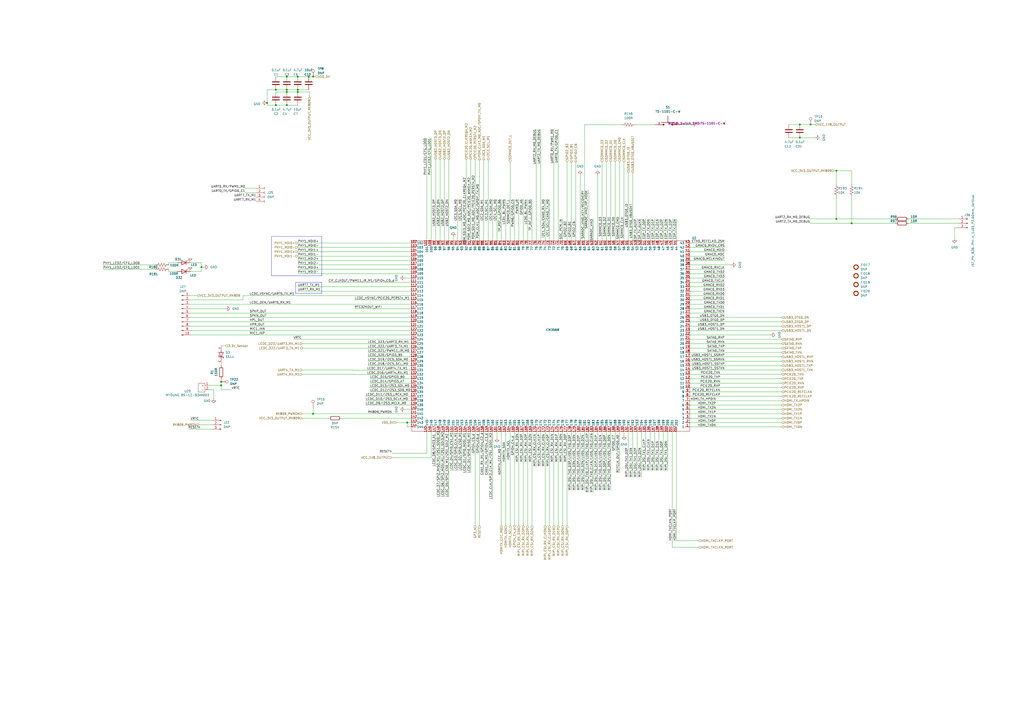
<source format=kicad_sch>
(kicad_sch (version 20250114) (generator "eeschema") (generator_version "9.0")
  (paper "A2")
  (rectangle (start 171.45 163.83) (end 186.69 170.18))
  (rectangle (start 157.48 137.16) (end 186.69 160.02))
  (junction (at 128.27 223.52))
  (junction (at 172.72 52.07))
  (junction (at 166.37 53.34))
  (junction (at 181.6803 44.45))
  (junction (at 236.22 245.11))
  (junction (at 166.37 52.07))
  (junction (at 179.07 44.45))
  (junction (at 470.2454 72.2187))
  (junction (at 160.02 60.96))
  (junction (at 463.9378 79.8387))
  (junction (at 154.94 59.69))
  (junction (at 128.27 221.4273))
  (junction (at 172.72 53.34))
  (junction (at 116.84 154.94))
  (junction (at 172.72 44.45))
  (junction (at 160.02 52.07))
  (junction (at 166.37 60.96))
  (junction (at 494.03 129.54))
  (junction (at 485.14 99.06))
  (junction (at 485.14 127))
  (junction (at 181.61 240.03))
  (junction (at 463.9378 72.2187))
  (junction (at 166.37 44.45))
  (wire (pts (xy 336.55 101.6) (xy 336.55 139.7)))
  (wire (pts (xy 213.36 209.55) (xy 238.76 209.55)))
  (wire (pts (xy 278.13 139.7) (xy 278.13 92.71)))
  (wire (pts (xy 349.25 250.19) (xy 349.25 284.48)))
  (wire (pts (xy 121.4405 223.52) (xy 128.27 223.52)))
  (wire (pts (xy 262.89 137.16) (xy 262.89 139.7)))
  (wire (pts (xy 331.47 250.19) (xy 331.47 284.48)))
  (wire (pts (xy 204.47 214.63) (xy 204.47 214.7035)))
  (wire (pts (xy 140.97 171.45) (xy 238.76 171.45)))
  (wire (pts (xy 234.95 161.29) (xy 238.76 161.29)))
  (wire (pts (xy 361.95 252.73) (xy 361.95 250.19)))
  (wire (pts (xy 110.49 179.07) (xy 130.81 179.07)))
  (wire (pts (xy 400.05 234.95) (xy 453.39 234.95)))
  (wire (pts (xy 349.25 93.98) (xy 349.25 139.7)))
  (wire (pts (xy 463.9378 72.2187) (xy 470.2454 72.2187)))
  (wire (pts (xy 323.85 74.93) (xy 323.85 139.7)))
  (wire (pts (xy 205.74 173.99) (xy 238.76 173.99)))
  (wire (pts (xy 323.85 250.19) (xy 323.85 304.8)))
  (wire (pts (xy 175.26 242.57) (xy 190.5 242.57)))
  (wire (pts (xy 172.72 158.75) (xy 238.76 158.75)))
  (wire (pts (xy 110.49 189.23) (xy 238.76 189.23)))
  (wire (pts (xy 227.33 262.89) (xy 247.65 262.89)))
  (wire (pts (xy 318.77 115.57) (xy 318.77 139.7)))
  (wire (pts (xy 116.84 154.94) (xy 116.84 157.48)))
  (wire (pts (xy 369.57 127) (xy 369.57 139.7)))
  (wire (pts (xy 483.87 99.06) (xy 485.14 99.06)))
  (wire (pts (xy 469.9 127) (xy 485.14 127)))
  (wire (pts (xy 288.29 139.7) (xy 288.29 115.57)))
  (wire (pts (xy 400.05 242.57) (xy 453.39 242.57)))
  (wire (pts (xy 336.55 250.19) (xy 336.55 284.48)))
  (wire (pts (xy 369.57 250.19) (xy 369.57 276.86)))
  (wire (pts (xy 400.05 156.21) (xy 420.37 156.21)))
  (wire (pts (xy 214.63 224.79) (xy 238.76 224.79)))
  (wire (pts (xy 205.74 217.2435) (xy 216.6905 217.2435)))
  (wire (pts (xy 556.26 127) (xy 527.05 127)))
  (wire (pts (xy 172.72 148.59) (xy 238.76 148.59)))
  (wire (pts (xy 278.13 250.19) (xy 278.13 304.8)))
  (wire (pts (xy 400.05 214.63) (xy 453.39 214.63)))
  (wire (pts (xy 339.09 250.19) (xy 339.09 284.48)))
  (wire (pts (xy 213.36 207.01) (xy 238.76 207.01)))
  (wire (pts (xy 384.81 250.19) (xy 384.81 273.05)))
  (wire (pts (xy 400.05 161.29) (xy 420.37 161.29)))
  (wire (pts (xy 142.24 109.22) (xy 148.59 109.22)))
  (wire (pts (xy 494.03 106.68) (xy 494.03 99.06)))
  (wire (pts (xy 295.9367 266.7) (xy 295.9367 304.7421)))
  (wire (pts (xy 400.05 204.47) (xy 453.39 204.47)))
  (wire (pts (xy 494.03 129.54) (xy 519.43 129.54)))
  (wire (pts (xy 485.14 99.06) (xy 485.14 106.68)))
  (wire (pts (xy 387.35 127) (xy 387.35 139.7)))
  (wire (pts (xy 110.49 186.69) (xy 238.76 186.69)))
  (wire (pts (xy 389.89 250.19) (xy 389.89 317.5)))
  (wire (pts (xy 154.94 52.07) (xy 154.94 59.69)))
  (wire (pts (xy 326.39 250.19) (xy 326.39 304.8)))
  (wire (pts (xy 238.76 234.95) (xy 212.09 234.95)))
  (wire (pts (xy 110.49 194.31) (xy 238.76 194.31)))
  (wire (pts (xy 400.05 191.77) (xy 453.39 191.77)))
  (wire (pts (xy 400.05 199.39) (xy 453.39 199.39)))
  (wire (pts (xy 351.79 250.19) (xy 351.79 284.48)))
  (wire (pts (xy 334.01 250.19) (xy 334.01 284.48)))
  (wire (pts (xy 553.72 132.08) (xy 553.72 138.43)))
  (wire (pts (xy 351.79 93.98) (xy 351.79 139.7)))
  (wire (pts (xy 400.05 209.55) (xy 453.39 209.55)))
  (wire (pts (xy 236.22 245.11) (xy 238.76 245.11)))
  (wire (pts (xy 172.72 151.13) (xy 238.76 151.13)))
  (wire (pts (xy 400.05 245.11) (xy 453.39 245.11)))
  (wire (pts (xy 334.01 93.9594) (xy 334.01 139.7)))
  (wire (pts (xy 354.33 250.19) (xy 354.33 284.48)))
  (wire (pts (xy 160.02 44.45) (xy 166.37 44.45)))
  (wire (pts (xy 273.05 250.19) (xy 273.05 274.32)))
  (wire (pts (xy 400.05 237.49) (xy 453.39 237.49)))
  (wire (pts (xy 339.09 72.3102) (xy 339.09 139.7)))
  (wire (pts (xy 326.39 127) (xy 326.39 139.7)))
  (wire (pts (xy 102.87 152.4) (xy 97.79 152.4)))
  (wire (pts (xy 250.19 265.43) (xy 250.19 250.19)))
  (wire (pts (xy 175.26 199.39) (xy 238.76 199.39)))
  (wire (pts (xy 298.45 115.57) (xy 298.45 139.7)))
  (wire (pts (xy 290.83 139.7) (xy 290.83 115.57)))
  (wire (pts (xy 123.9805 226.1335) (xy 121.4405 226.1335)))
  (wire (pts (xy 311.15 250.19) (xy 311.15 270.51)))
  (wire (pts (xy 97.79 152.4) (xy 97.79 153.67)))
  (wire (pts (xy 172.72 140.97) (xy 238.76 140.97)))
  (wire (pts (xy 367.03 250.19) (xy 367.03 276.86)))
  (wire (pts (xy 172.72 156.21) (xy 238.76 156.21)))
  (wire (pts (xy 344.17 127) (xy 344.17 139.7)))
  (wire (pts (xy 400.05 201.93) (xy 453.39 201.93)))
  (wire (pts (xy 377.19 250.19) (xy 377.19 273.05)))
  (wire (pts (xy 166.37 44.45) (xy 172.72 44.45)))
  (wire (pts (xy 400.05 184.15) (xy 453.39 184.15)))
  (wire (pts (xy 229.87 245.11) (xy 236.22 245.11)))
  (wire (pts (xy 59.69 153.67) (xy 90.17 153.67)))
  (wire (pts (xy 265.43 139.7) (xy 265.43 115.57)))
  (wire (pts (xy 267.97 250.19) (xy 267.97 273.05)))
  (wire (pts (xy 190.5 163.83) (xy 238.76 163.83)))
  (wire (pts (xy 172.72 52.07) (xy 166.37 52.07)))
  (wire (pts (xy 311.15 74.93) (xy 311.15 139.7)))
  (wire (pts (xy 400.05 232.41) (xy 453.39 232.41)))
  (wire (pts (xy 341.1505 112.0971) (xy 341.63 112.0971)))
  (wire (pts (xy 344.17 250.19) (xy 344.17 285.75)))
  (wire (pts (xy 321.31 74.93) (xy 321.31 139.7)))
  (wire (pts (xy 238.76 229.87) (xy 212.09 229.87)))
  (wire (pts (xy 172.72 143.51) (xy 238.76 143.51)))
  (wire (pts (xy 400.05 222.25) (xy 453.39 222.25)))
  (wire (pts (xy 283.21 139.7) (xy 283.21 92.6609)))
  (wire (pts (xy 160.02 53.34) (xy 166.37 53.34)))
  (wire (pts (xy 485.14 127) (xy 519.43 127)))
  (wire (pts (xy 170.18 196.85) (xy 238.76 196.85)))
  (wire (pts (xy 400.05 240.03) (xy 453.39 240.03)))
  (wire (pts (xy 400.05 168.91) (xy 420.37 168.91)))
  (wire (pts (xy 257.81 250.19) (xy 257.81 288.29)))
  (wire (pts (xy 400.05 181.61) (xy 420.37 181.61)))
  (wire (pts (xy 306.07 115.57) (xy 306.07 139.7)))
  (wire (pts (xy 341.63 250.19) (xy 341.63 285.75)))
  (wire (pts (xy 379.73 250.19) (xy 379.73 273.05)))
  (wire (pts (xy 382.27 127) (xy 382.27 139.7)))
  (wire (pts (xy 339.09 72.3102) (xy 360.7793 72.3102)))
  (wire (pts (xy 295.91 139.7) (xy 295.91 93.98)))
  (wire (pts (xy 400.05 219.71) (xy 453.39 219.71)))
  (wire (pts (xy 316.23 115.57) (xy 316.23 139.7)))
  (wire (pts (xy 356.87 250.19) (xy 356.87 261.62)))
  (wire (pts (xy 102.87 157.48) (xy 97.79 157.48)))
  (wire (pts (xy 368.3993 72.3102) (xy 379.8293 72.3102)))
  (wire (pts (xy 300.99 250.19) (xy 300.99 304.8)))
  (wire (pts (xy 123.9805 231.2135) (xy 123.9805 226.1335)))
  (wire (pts (xy 382.27 250.19) (xy 382.27 273.05)))
  (wire (pts (xy 318.77 250.19) (xy 318.77 304.8)))
  (wire (pts (xy 128.27 212.09) (xy 128.27 210.82)))
  (wire (pts (xy 400.05 173.99) (xy 420.37 173.99)))
  (wire (pts (xy 275.59 250.19) (xy 275.59 304.8)))
  (wire (pts (xy 142.24 111.76) (xy 148.59 111.76)))
  (wire (pts (xy 128.27 226.1335) (xy 134.294 226.1335)))
  (wire (pts (xy 234.95 237.49) (xy 238.76 237.49)))
  (wire (pts (xy 400.05 207.01) (xy 453.39 207.01)))
  (wire (pts (xy 172.72 166.37) (xy 238.76 166.37)))
  (wire (pts (xy 128.27 221.4273) (xy 128.27 223.52)))
  (wire (pts (xy 198.12 242.57) (xy 238.76 242.57)))
  (wire (pts (xy 384.81 127) (xy 384.81 139.7)))
  (wire (pts (xy 172.72 44.45) (xy 179.07 44.45)))
  (wire (pts (xy 341.1505 110.2999) (xy 341.1505 112.0971)))
  (wire (pts (xy 485.14 114.3) (xy 485.14 127)))
  (wire (pts (xy 213.36 212.09) (xy 238.76 212.09)))
  (wire (pts (xy 457.5878 72.2187) (xy 463.9378 72.2187)))
  (wire (pts (xy 116.84 152.4) (xy 110.49 152.4)))
  (wire (pts (xy 341.63 112.0971) (xy 341.63 139.7)))
  (wire (pts (xy 313.69 250.19) (xy 313.69 270.51)))
  (wire (pts (xy 400.05 140.97) (xy 420.37 140.97)))
  (wire (pts (xy 252.73 250.19) (xy 252.73 270.51)))
  (wire (pts (xy 372.11 127) (xy 372.11 139.7)))
  (wire (pts (xy 205.74 179.07) (xy 238.76 179.07)))
  (wire (pts (xy 166.37 53.34) (xy 172.72 53.34)))
  (wire (pts (xy 265.43 250.19) (xy 265.43 273.05)))
  (wire (pts (xy 262.89 250.19) (xy 262.89 273.05)))
  (wire (pts (xy 154.94 60.96) (xy 160.02 60.96)))
  (wire (pts (xy 280.67 92.71) (xy 280.67 139.7)))
  (wire (pts (xy 303.53 115.57) (xy 303.53 139.7)))
  (wire (pts (xy 400.05 186.69) (xy 453.39 186.69)))
  (wire (pts (xy 179.07 52.07) (xy 172.72 52.07)))
  (wire (pts (xy 321.31 250.19) (xy 321.31 304.8)))
  (wire (pts (xy 328.93 93.98) (xy 328.93 139.7)))
  (wire (pts (xy 236.22 247.65) (xy 236.22 245.11)))
  (wire (pts (xy 179.07 44.45) (xy 181.6803 44.45)))
  (wire (pts (xy 214.63 222.25) (xy 238.76 222.25)))
  (wire (pts (xy 213.36 204.47) (xy 238.76 204.47)))
  (wire (pts (xy 400.05 179.07) (xy 420.37 179.07)))
  (wire (pts (xy 469.9 129.54) (xy 494.03 129.54)))
  (wire (pts (xy 313.69 74.93) (xy 313.69 139.7)))
  (wire (pts (xy 400.05 247.65) (xy 453.39 247.65)))
  (wire (pts (xy 160.02 60.96) (xy 166.37 60.96)))
  (wire (pts (xy 400.05 196.85) (xy 453.39 196.85)))
  (wire (pts (xy 130.81 200.66) (xy 128.27 200.66)))
  (wire (pts (xy 308.61 250.19) (xy 308.61 304.8)))
  (wire (pts (xy 179.4488 53.34) (xy 172.72 53.34)))
  (wire (pts (xy 400.05 212.09) (xy 453.39 212.09)))
  (wire (pts (xy 205.74 217.17) (xy 205.74 217.2435)))
  (wire (pts (xy 172.72 168.91) (xy 238.76 168.91)))
  (wire (pts (xy 300.99 115.57) (xy 300.99 139.7)))
  (wire (pts (xy 400.05 224.79) (xy 453.39 224.79)))
  (wire (pts (xy 175.26 240.03) (xy 181.61 240.03)))
  (wire (pts (xy 379.73 127) (xy 379.73 139.7)))
  (wire (pts (xy 400.05 148.59) (xy 420.37 148.59)))
  (wire (pts (xy 238.76 232.41) (xy 212.09 232.41)))
  (wire (pts (xy 316.23 250.19) (xy 316.23 304.8)))
  (wire (pts (xy 260.35 250.19) (xy 260.35 288.29)))
  (wire (pts (xy 400.05 143.51) (xy 420.37 143.51)))
  (wire (pts (xy 361.95 93.98) (xy 361.95 139.7)))
  (wire (pts (xy 110.49 176.53) (xy 238.76 176.53)))
  (wire (pts (xy 204.47 214.7035) (xy 215.4205 214.7035)))
  (wire (pts (xy 283.21 250.19) (xy 283.21 275.59)))
  (wire (pts (xy 227.33 265.43) (xy 250.19 265.43)))
  (wire (pts (xy 470.2454 72.2187) (xy 472.8278 72.2187)))
  (wire (pts (xy 59.69 156.21) (xy 90.17 156.21)))
  (wire (pts (xy 494.03 129.54) (xy 494.03 114.3)))
  (wire (pts (xy 179.4488 53.34) (xy 179.4488 56.2945)))
  (wire (pts (xy 359.41 250.19) (xy 359.41 274.32)))
  (wire (pts (xy 400.05 189.23) (xy 453.39 189.23)))
  (wire (pts (xy 110.49 243.84) (xy 123.19 243.84)))
  (wire (pts (xy 424.18 153.67) (xy 400.05 153.67)))
  (wire (pts (xy 260.35 92.71) (xy 260.35 139.7)))
  (wire (pts (xy 374.65 127) (xy 374.65 139.7)))
  (wire (pts (xy 110.49 184.15) (xy 238.76 184.15)))
  (wire (pts (xy 118.11 154.94) (xy 116.84 154.94)))
  (wire (pts (xy 267.97 139.7) (xy 267.97 115.57)))
  (wire (pts (xy 389.89 127) (xy 389.89 139.7)))
  (wire (pts (xy 97.79 157.48) (xy 97.79 156.21)))
  (wire (pts (xy 293.37 139.7) (xy 293.37 115.57)))
  (wire (pts (xy 172.72 146.05) (xy 238.76 146.05)))
  (wire (pts (xy 364.49 250.19) (xy 364.49 276.86)))
  (wire (pts (xy 400.05 176.53) (xy 420.37 176.53)))
  (wire (pts (xy 285.75 250.19) (xy 285.75 289.56)))
  (wire (pts (xy 494.03 99.06) (xy 485.14 99.06)))
  (wire (pts (xy 273.05 139.7) (xy 273.05 92.71)))
  (wire (pts (xy 270.51 250.19) (xy 270.51 274.32)))
  (wire (pts (xy 400.05 171.45) (xy 420.37 171.45)))
  (wire (pts (xy 160.02 52.07) (xy 154.94 52.07)))
  (wire (pts (xy 295.9367 266.7) (xy 295.91 266.7)))
  (wire (pts (xy 140.97 173.99) (xy 110.49 173.99)))
  (wire (pts (xy 181.61 240.03) (xy 238.76 240.03)))
  (wire (pts (xy 128.27 219.71) (xy 128.27 221.4273)))
  (wire (pts (xy 400.05 158.75) (xy 420.37 158.75)))
  (wire (pts (xy 116.84 154.94) (xy 116.84 152.4)))
  (wire (pts (xy 556.26 132.08) (xy 553.72 132.08)))
  (wire (pts (xy 175.26 242.57) (xy 175.26 242.5564)))
  (wire (pts (xy 387.35 250.19) (xy 387.35 273.05)))
  (wire (pts (xy 346.71 250.19) (xy 346.71 284.48)))
  (wire (pts (xy 181.6803 44.45) (xy 182.88 44.45)))
  (wire (pts (xy 405.13 313.69) (xy 392.43 313.69)))
  (wire (pts (xy 308.61 115.57) (xy 308.61 139.7)))
  (wire (pts (xy 400.05 166.37) (xy 420.37 166.37)))
  (wire (pts (xy 392.43 127) (xy 392.43 139.7)))
  (wire (pts (xy 457.5878 79.8387) (xy 463.9378 79.8387)))
  (wire (pts (xy 303.53 250.19) (xy 303.53 304.8)))
  (wire (pts (xy 356.87 93.98) (xy 356.87 139.7)))
  (wire (pts (xy 214.63 219.71) (xy 238.76 219.71)))
  (wire (pts (xy 175.26 201.93) (xy 238.76 201.93)))
  (wire (pts (xy 463.9378 79.8387) (xy 472.8278 79.8387)))
  (wire (pts (xy 166.37 52.07) (xy 160.02 52.07)))
  (wire (pts (xy 115.57 246.38) (xy 123.19 246.38)))
  (wire (pts (xy 346.71 101.6) (xy 346.71 139.7)))
  (wire (pts (xy 328.93 250.19) (xy 328.93 304.8)))
  (wire (pts (xy 110.49 171.45) (xy 114.3 171.45)))
  (wire (pts (xy 377.19 127) (xy 377.19 139.7)))
  (wire (pts (xy 293.37 250.19) (xy 293.37 304.8)))
  (wire (pts (xy 447.04 194.31) (xy 400.05 194.31)))
  (wire (pts (xy 405.13 317.5) (xy 389.89 317.5)))
  (wire (pts (xy 354.33 93.98) (xy 354.33 139.7)))
  (wire (pts (xy 140.97 171.45) (xy 140.97 173.99)))
  (wire (pts (xy 175.26 217.17) (xy 205.74 217.17)))
  (wire (pts (xy 110.49 191.77) (xy 238.76 191.77)))
  (wire (pts (xy 288.29 254) (xy 288.29 250.19)))
  (wire (pts (xy 400.05 146.05) (xy 420.37 146.05)))
  (wire (pts (xy 359.41 93.98) (xy 359.41 139.7)))
  (wire (pts (xy 290.83 250.19) (xy 290.83 304.8)))
  (wire (pts (xy 295.91 266.7) (xy 295.91 250.19)))
  (wire (pts (xy 270.51 139.7) (xy 270.51 92.71)))
  (wire (pts (xy 166.37 60.96) (xy 172.72 60.96)))
  (wire (pts (xy 110.49 181.61) (xy 238.76 181.61)))
  (wire (pts (xy 214.63 227.33) (xy 238.76 227.33)))
  (wire (pts (xy 128.27 226.1335) (xy 128.27 223.52)))
  (wire (pts (xy 331.47 93.9594) (xy 331.47 139.7)))
  (wire (pts (xy 400.05 163.83) (xy 420.37 163.83)))
  (wire (pts (xy 275.59 139.7) (xy 275.59 92.71)))
  (wire (pts (xy 109.22 248.92) (xy 123.19 248.92)))
  (wire (pts (xy 252.73 92.71) (xy 252.73 139.7)))
  (wire (pts (xy 280.67 250.19) (xy 280.67 275.59)))
  (wire (pts (xy 250.19 80.01) (xy 250.19 139.7)))
  (wire (pts (xy 400.05 229.87) (xy 453.39 229.87)))
  (wire (pts (xy 154.94 59.69) (xy 154.94 60.96)))
  (wire (pts (xy 400.05 151.13) (xy 420.37 151.13)))
  (wire (pts (xy 181.61 236.22) (xy 181.61 240.03)))
  (wire (pts (xy 374.65 250.19) (xy 374.65 273.05)))
  (wire (pts (xy 255.27 92.71) (xy 255.27 139.7)))
  (wire (pts (xy 238.76 247.65) (xy 236.22 247.65)))
  (wire (pts (xy 372.11 250.19) (xy 372.11 276.86)))
  (wire (pts (xy 364.49 100.33) (xy 364.49 139.7)))
  (wire (pts (xy 247.65 80.01) (xy 247.65 139.7)))
  (wire (pts (xy 172.72 153.67) (xy 238.76 153.67)))
  (wire (pts (xy 556.26 129.54) (xy 527.05 129.54)))
  (wire (pts (xy 257.81 92.71) (xy 257.81 139.7)))
  (wire (pts (xy 285.75 139.7) (xy 285.75 115.57)))
  (wire (pts (xy 400.05 217.17) (xy 453.39 217.17)))
  (wire (pts (xy 392.43 250.19) (xy 392.43 313.69)))
  (wire (pts (xy 215.4205 214.7035) (xy 238.76 214.63)))
  (wire (pts (xy 255.27 250.19) (xy 255.27 288.29)))
  (wire (pts (xy 247.65 250.19) (xy 247.65 262.89)))
  (wire (pts (xy 395.0693 72.3102) (xy 401.4193 72.3102)))
  (wire (pts (xy 298.45 250.19) (xy 298.45 304.8)))
  (wire (pts (xy 216.6905 217.2435) (xy 238.76 217.17)))
  (wire (pts (xy 306.07 250.19) (xy 306.07 304.8)))
  (wire (pts (xy 116.84 157.48) (xy 110.49 157.48)))
  (wire (pts (xy 121.4405 223.52) (xy 121.4405 223.5935)))
  (wire (pts (xy 175.26 214.63) (xy 204.47 214.63)))
  (wire (pts (xy 400.05 227.33) (xy 453.39 227.33)))
  (wire (pts (xy 367.03 100.33) (xy 367.03 139.7)))
  (label "SARADC_VIN0_KEY{slash}RECOVERY" (at 339.09 110.49 270))
  (label "MIPI_DSI_TX1_D3N" (at 367.03 276.86 90))
  (label "UART7_RX_M1" (at 148.59 116.84 180))
  (label "GMAC0_RXD1" (at 420.37 173.99 180))
  (label "LCDC_D12{slash}I2S3_SD0_M0" (at 214.63 227.33 0))
  (label "MIPI_DSI_TX0_D3P{slash}LVDS_TX0_D3P" (at 331.47 284.48 90))
  (label "MIPI_DSI_TX1_CLKN" (at 377.19 273.05 90))
  (label "UART0_RX{slash}PWM1_M0" (at 321.31 74.93 270))
  (label "LCDC_D9{slash}I2S3_MCLK_M0" (at 212.09 234.95 0))
  (label "UART0_TX{slash}GPIO0_C1" (at 142.24 111.76 180))
  (label "SATA0_TXN" (at 420.37 204.47 180))
  (label "USB2_HOST2_DN" (at 260.35 115.57 270))
  (label "MIPI_DSI_TX1_D1N" (at 382.27 273.05 90))
  (label "MIPI_DSI_TX0_D2P{slash}LVDS_TX0_D2P" (at 336.55 284.48 90))
  (label "SOC_PCM_IN" (at 326.39 127 270))
  (label "TP_RST_L_GPIO0_B6" (at 290.83 115.57 270))
  (label "LCDC_D13{slash}I2S3_SDI_M0" (at 214.63 224.79 0))
  (label "LCDC_VSYNC{slash}UART5_TX_M1" (at 144.78 171.45 0))
  (label "HDMITX_CEC_M0" (at 290.83 275.59 90))
  (label "PHY1_LED2{slash}CFG_LDO1" (at 250.19 80.01 270))
  (label "HDMITX_SDA" (at 293.37 267.97 90))
  (label "SATA0_TXP" (at 420.37 201.93 180))
  (label "PCIE20_RXN" (at 417.83 222.25 180))
  (label "SDMMC0_D3" (at 349.25 125.73 270))
  (label "USB3_HOST1_SSTXP" (at 420.37 212.09 180))
  (label "CAN1_RX_M1{slash}GPIO4_C2_d" (at 280.67 275.59 90))
  (label "PCIE20_RXP" (at 417.83 224.79 180))
  (label "GPIO4_C6_d" (at 278.13 262.89 90))
  (label "HDMI_TX0N" (at 415.29 247.65 180))
  (label "GMAC0_TXD1" (at 420.37 179.07 180))
  (label "GMAC0_MDC" (at 420.37 148.59 180))
  (label "MIPI_CSI_RX_D2P" (at 306.07 267.97 90))
  (label "EDP_TX_D0P" (at 374.65 127 270))
  (label "HDMI_TX2N" (at 415.29 237.49 180))
  (label "EDP_TX_D2P" (at 384.81 127 270))
  (label "LCDC_D18{slash}I2C5_SCL_M0" (at 213.36 212.09 0))
  (label "LCDC_D7{slash}SPI2_MISO_M1{slash}I2S1_SDO0_M2" (at 255.27 288.29 90))
  (label "UART0_RX{slash}PWM1_M0" (at 142.24 109.22 180))
  (label "GMAC0_MCLKINOUT" (at 420.37 151.13 180))
  (label "UART7_TX_M1" (at 172.72 166.37 0))
  (label "VRTC" (at 110.49 243.84 0))
  (label "GMAC0_TXD0" (at 420.37 176.53 180))
  (label "MIPI_DSI_TX1_D1P" (at 379.73 273.05 90))
  (label "UART7_TX_M1" (at 148.59 114.3 180))
  (label "SATA0_RXP" (at 420.37 196.85 180))
  (label "HPR_OUT" (at 144.78 189.23 0))
  (label "I2C4_SCL_M0" (at 288.29 115.57 270))
  (label "MIPI_CSI_RX_CLK0N" (at 316.23 270.51 90))
  (label "I2C2_SDA_M1" (at 280.67 115.57 270))
  (label "GPIO4_C4_d" (at 298.45 264.16 90))
  (label "LCDC_D3{slash}SPI0_CLK_M1" (at 265.43 273.05 90))
  (label "SARADC_VIN3" (at 344.17 127 270))
  (label "UART2_RX_M0_DEBUG" (at 311.15 74.93 270))
  (label "SPKP_OUT" (at 144.78 181.61 0))
  (label "PCIE20_TXN" (at 417.83 217.17 180))
  (label "LCDC_D11{slash}I2S3_LRCK_M0" (at 212.09 229.87 0))
  (label "MIPI_DSI_TX0_D3N{slash}LVDS_TX0_D3N" (at 334.01 284.48 90))
  (label "RTC32KOUT_WIFI" (at 205.74 179.07 0))
  (label "PHY1_LED1{slash}CFG_LDO0" (at 247.65 80.01 270))
  (label "GMAC0_TXD3" (at 420.37 161.29 180))
  (label "USB2_HOST2_DP" (at 257.81 115.57 270))
  (label "GMAC0_TXD2" (at 420.37 158.75 180))
  (label "GPIO2_B2" (at 328.93 128.27 270))
  (label "SDMMC0_D2" (at 351.79 125.73 270))
  (label "LCDC_D8{slash}GPIO3_A1" (at 252.73 270.51 90))
  (label "EDP_TX_D1P" (at 379.73 127 270))
  (label "PHY1_MDI2+" (at 172.72 151.13 0))
  (label "I2C4_SDA_M0" (at 285.75 115.57 270))
  (label "SATA0_RXN" (at 420.37 199.39 180))
  (label "ETH0_REFCLKO_25M" (at 420.37 140.97 180))
  (label "HDMI_TX1N" (at 415.29 242.57 180))
  (label "USB2_HOST3_DP" (at 252.73 115.57 270))
  (label "MIPI_DSI_TX0_D1P{slash}LVDS_TX0_D1P" (at 346.71 284.48 90))
  (label "PCIE20_TXP" (at 417.83 219.71 180))
  (label "PHY1_MDI0-" (at 172.72 143.51 0))
  (label "UART0_TX{slash}GPIO0_C1" (at 323.85 74.93 270))
  (label "REFCLK_OUT{slash}GPIO0_A0" (at 359.41 274.32 90))
  (label "USB3_HOST1_DN" (at 420.37 191.77 180))
  (label "MIPI_CSI_RX_CLK1P" (at 313.69 270.51 90))
  (label "MIPI_DSI_TX0_D0P{slash}LVDS_TX0_D0P" (at 351.79 284.48 90))
  (label "HPL_OUT" (at 144.78 186.69 0))
  (label "EDP_TX_D1N" (at 382.27 127 270))
  (label "LCDC_D5{slash}SPI2_CS0_M1{slash}I2S1_SDI2_M2" (at 260.35 288.29 90))
  (label "MIPI_CSI_RX_D0N" (at 326.39 267.97 90))
  (label "PDM_SDI3_M0_ADC{slash}PCIE20_CLKREQn_M2" (at 270.51 102.87 270))
  (label "HDMI_TXCLKP_PORT" (at 392.43 313.69 90))
  (label "PHY1_MDI1+" (at 172.72 146.05 0))
  (label "SDMMC0_DET_L" (at 295.91 115.57 270))
  (label "HDMI_TXCLKN_PORT" (at 389.89 313.69 90))
  (label "USB3_OTG0_DP" (at 420.37 186.69 180))
  (label "LCDC_D14{slash}GPIO3_A7" (at 214.63 222.25 0))
  (label "GMAC0_RXCLK" (at 420.37 156.21 180))
  (label "MIPI_DSI_TX0_CLKN{slash}LVDS_TX0_CLKN" (at 344.17 285.75 90))
  (label "HDMI_TX0P" (at 415.29 245.11 180))
  (label "MIPI_DSI_TX1_D2N" (at 372.11 276.86 90))
  (label "GPIO0_A5" (at 303.53 115.57 270))
  (label "LCDC_CLK{slash}SPI2_CLK_M1{slash}I2S1_SDO1_M2" (at 285.75 289.56 90))
  (label "LCDC_D15{slash}GPIO3_B0" (at 214.63 219.71 0))
  (label "MIPI_DSI_TX0_D2N{slash}LVDS_TX0_D2N" (at 339.09 284.48 90))
  (label "LCDC_HSYNC{slash}PCIE20_PERSTn_M1" (at 205.74 173.99 0))
  (label "LCDC_D21{slash}PWM11_IR_M0" (at 213.36 204.47 0))
  (label "PHY1_MDI3+" (at 172.72 156.21 0))
  (label "MIPI_DSI_TX0_CLKP{slash}LVDS_TX0_CLKP" (at 341.63 285.75 90))
  (label "MIPI_CSI_RX_CLK1N" (at 311.15 270.51 90))
  (label "USB3_HOST1_SSTXN" (at 420.37 214.63 180))
  (label "PHY1_LED2{slash}CFG_LDO1" (at 59.69 156.21 0))
  (label "EDP_TX_AUXP" (at 369.57 127 270))
  (label "MIPI_CSI_RX_D3N" (at 300.99 267.97 90))
  (label "RESETn" (at 227.33 262.89 180))
  (label "SDMMC0_D1" (at 354.33 125.73 270))
  (label "LCDC_D16{slash}UART4_RX_M1" (at 212.8805 217.2435 0))
  (label "VRTC" (at 170.18 196.85 0))
  (label "GMAC0_TXCLK" (at 420.37 163.83 180))
  (label "UART7_RX_M1" (at 172.72 168.91 0))
  (label "MIPI_CSI_RX_CLK0P" (at 318.77 270.51 90))
  (label "LCDC_D1{slash}SPI0_MOSI_M1" (at 270.51 274.32 90))
  (label "LCDC_D20{slash}GPIO3_B5" (at 213.36 207.01 0))
  (label "MIPI_CSI_RX_D1N" (at 321.31 267.97 90))
  (label "EDP_TX_D2N" (at 387.35 127 270))
  (label "PDM_SDI2_M0_ADC{slash}PCIE20_WAKEn_M2" (at 273.05 102.87 270))
  (label "UART2_RX_M0_DEBUG" (at 469.9 127 180))
  (label "USB3_OTG0_DN" (at 420.37 184.15 180))
  (label "CAN1_TX_M1{slash}GPIO4_C3_d" (at 283.21 275.59 90))
  (label "RESETn" (at 109.22 248.92 0))
  (label "PCIE20_REFCLKP" (at 417.83 229.87 180))
  (label "MIPI_CSI_RX_D1P" (at 323.85 267.97 90))
  (label "SDMMC0_CLK" (at 361.95 125.73 270))
  (label "CIF_CLKOUT{slash}PWM11_IR_M1{slash}GPIO4_C0_d" (at 190.5 163.83 0))
  (label "GMAC0_TXEN" (at 420.37 181.61 180))
  (label "MIPI_DSI_TX1_D3P" (at 364.49 276.86 90))
  (label "PHY1_LED2{slash}CFG_LDO0" (at 59.69 153.67 0))
  (label "GPIO0_C7" (at 356.87 261.62 90))
  (label "PDM_SDI1_M0_ADC{slash}PCIE20_PERSTn_M2" (at 275.59 101.6 270))
  (label "I2C3_SCL_M0" (at 267.97 115.57 270))
  (label "USB3_HOST1_SSRXN" (at 420.37 209.55 180))
  (label "SDMMC0_CMD" (at 359.41 125.73 270))
  (label "MIPI_DSI_TX0_D0N{slash}LVDS_TX0_D0N" (at 354.33 284.48 90))
  (label "MIC1_INN" (at 144.78 191.77 0))
  (label "PDM_CLK1_M0_ADC{slash}SPDIF_TX_M0" (at 278.13 106.68 270))
  (label "GPIO4_C5_d" (at 275.59 262.89 90))
  (label "GPIO2_B1" (at 331.47 128.27 270))
  (label "LCDC_D17{slash}UART4_TX_M1" (at 212.8805 214.7035 0))
  (label "PCIE20_REFCLKN" (at 417.83 227.33 180))
  (label "MIC1_INP" (at 144.78 194.31 0))
  (label "SDMMC0_D0" (at 356.87 125.73 270))
  (label "GMAC0_RXDV_CRS" (at 420.37 143.51 180))
  (label "SARADC_VIN2_HP_HOOK" (at 341.1505 110.2999 270))
  (label "USB3_OTG0_ID" (at 364.49 118.11 270))
  (label "EDP_TX_AUXN" (at 372.11 127 270))
  (label "HDMITX_SCL" (at 295.91 266.7 90))
  (label "LCD1_BL_PWM5" (at 293.37 115.57 270))
  (label "EDP_TX_D3P" (at 389.89 127 270))
  (label "LCDC_D1{slash}SPI0_MISO_M1" (at 273.05 274.32 90))
  (label "PHY1_MDI1-" (at 172.72 148.59 0))
  (label "MIPI_DSI_TX1_CLKP" (at 374.65 273.05 90))
  (label "LCDC_D19{slash}I2C5_SDA_M0" (at 213.36 209.55 0))
  (label "LCD0_BL_PWM4" (at 306.07 115.57 270))
  (label "SPKN_OUT" (at 144.78 184.15 0))
  (label "GPIO2_C6" (at 334.01 128.27 270))
  (label "HDMI_TX1P" (at 415.29 240.03 180))
  (label "PWM6{slash}GPIO0_C5" (at 298.45 115.57 270))
  (label "GMAC0_MDIO" (at 420.37 146.05 180))
  (label "EDP_TX_D3N" (at 392.43 127 270))
  (label "MIPI_DSI_TX0_D1N{slash}LVDS_TX0_D1N" (at 349.25 284.48 90))
  (label "I2C1_SDA{slash}CAN0_RX_M0" (at 316.23 115.57 270))
  (label "MIPI_DSI_TX1_D0N" (at 387.35 273.05 90))
  (label "LCDC_DEN{slash}UART5_RX_M1" (at 144.78 176.53 0))
  (label "USB2_HOST3_DN" (at 255.27 115.57 270))
  (label "VRTC" (at 134.294 226.1335 0))
  (label "LCDC_D22{slash}UART3_TX_M1" (at 213.36 201.93 0))
  (label "RK809_PWRON" (at 213.36 240.03 0))
  (label "MIPI_CSI_RX_D3P" (at 303.53 267.97 90))
  (label "PHY1_MDI0+" (at 172.72 140.97 0))
  (label "PWM3_IR" (at 300.99 115.57 270))
  (label "GMAC0_RXD0" (at 420.37 171.45 180))
  (label "LCDC_D4{slash}SPI0_CS1_M1" (at 262.89 273.05 90))
  (label "EDP_TX_D0N" (at 377.19 127 270))
  (label "LCDC_D10{slash}I2S3_SCLK_M0" (at 212.09 232.41 0))
  (label "MIPI_CSI_RX_D2N" (at 308.61 267.97 90))
  (label "UART2_TX_M0_DEBUG" (at 313.69 74.93 270))
  (label "GMAC0_RXD3" (at 420.37 168.91 180))
  (label "I2C2_SCL_M1" (at 283.21 115.57 270))
  (label "LCDC_D2{slash}SPI0_CS0_M1" (at 267.97 273.05 90))
  (label "USB3_HOST1_DP" (at 420.37 189.23 180))
  (label "USB3_OTG0_VBUSDET" (at 367.03 118.11 270))
  (label "HDMI_TX2P" (at 415.29 234.95 180))
  (label "MIPI_DSI_TX1_D0P" (at 384.81 273.05 90))
  (label "LCDC_D6{slash}SPI2_MOSI_M1{slash}I2S1_SDI3_M2" (at 257.81 288.29 90))
  (label "I2C3_SDA_M0" (at 265.43 115.57 270))
  (label "MIPI_CSI_RX_D0P" (at 328.93 267.97 90))
  (label "LCDC_D23{slash}UART3_RX_M1" (at 213.36 199.39 0))
  (label "I2C1_SCL{slash}CAN0_TX_M0" (at 318.77 115.57 270))
  (label "HDMI_TX_HPDIN" (at 415.29 232.41 180))
  (label "UART2_TX_M0_DEBUG" (at 469.9 129.54 180))
  (label "PHY1_MDI2-" (at 172.72 153.67 0))
  (label "MIPI_DSI_TX1_D2P" (at 369.57 276.86 90))
  (label "PHY1_MDI3-" (at 172.72 158.75 0))
  (label "GMAC0_RXD2" (at 420.37 166.37 180))
  (label "USB3_HOST1_SSRXP" (at 420.37 207.01 180))
  (label "TP_INT_L_GPIO0_B5" (at 308.61 115.57 270))
  (hierarchical_label "SDMMC0_D1" (shape input) (at 354.33 93.98 90))
  (hierarchical_label "I2C2_SCL_M1" (shape output) (at 283.21 92.6609 90))
  (hierarchical_label "HDMI_TX2N" (shape input) (at 453.39 237.49 0))
  (hierarchical_label "HDMI_TX0N" (shape input) (at 453.39 247.65 0))
  (hierarchical_label "VCC_1V8_OUTPUT" (shape input) (at 472.8278 72.2187 0))
  (hierarchical_label "VDD_5V" (shape input) (at 182.88 44.45 0))
  (hierarchical_label "USB3_OTG0_DN" (shape input) (at 453.39 184.15 0))
  (hierarchical_label "HDMITX_CEC_M0" (shape input) (at 290.83 304.8 270))
  (hierarchical_label "PHY1_MDI0+" (shape input) (at 172.72 140.97 180))
  (hierarchical_label "SDMMC0_D2" (shape input) (at 351.79 93.98 90))
  (hierarchical_label "PHY1_MDI1-" (shape input) (at 172.72 148.59 180))
  (hierarchical_label "MIPI_CSI_RX_D0P" (shape input) (at 328.93 304.8 270))
  (hierarchical_label "SATA0_TXP" (shape input) (at 453.39 201.93 0))
  (hierarchical_label "PCIE20_REFCLKN" (shape input) (at 453.39 227.33 0))
  (hierarchical_label "USB3_HOST1_RXN" (shape input) (at 453.39 209.55 0))
  (hierarchical_label "PDM_CLK1_M0_ADC{slash}SPDIF_TX_M0" (shape output) (at 278.13 92.71 90))
  (hierarchical_label "USB3_HOST1_TXN" (shape input) (at 453.39 214.63 0))
  (hierarchical_label "MIPI_CSI_RX_D1N" (shape input) (at 321.31 304.8 270))
  (hierarchical_label "SDMMC0_D3" (shape input) (at 349.25 93.98 90))
  (hierarchical_label "USB2_HOST3_DP" (shape input) (at 252.73 92.71 90))
  (hierarchical_label "HDMI_TX_HPDIN" (shape input) (at 453.39 232.41 0))
  (hierarchical_label "VDD_5V" (shape input) (at 229.87 245.11 180))
  (hierarchical_label "HDMI_TX1N" (shape input) (at 453.39 242.57 0))
  (hierarchical_label "RK809_PWRON" (shape input) (at 115.57 246.38 180))
  (hierarchical_label "HDMITX_SCL" (shape input) (at 295.9367 304.7421 270))
  (hierarchical_label "PCIE20_REFCLKP" (shape input) (at 453.39 229.87 0))
  (hierarchical_label "HDMI_TX2P" (shape input) (at 453.39 234.95 0))
  (hierarchical_label "MIPI_CSI_RX_D2P" (shape input) (at 306.07 304.8 270))
  (hierarchical_label "PCIE20_TXN" (shape input) (at 453.39 217.17 0))
  (hierarchical_label "PCIE20_RXN" (shape input) (at 453.39 222.25 0))
  (hierarchical_label "USB3_OTG0_DP" (shape input) (at 453.39 186.69 0))
  (hierarchical_label "LCDC_D22{slash}UART3_TX_M1" (shape output) (at 175.26 201.93 180))
  (hierarchical_label "MIPI_CSI_RX_CLK0N" (shape input) (at 316.23 304.8 270))
  (hierarchical_label "USB2_HOST3_DN" (shape input) (at 255.27 92.71 90))
  (hierarchical_label "I2C2_SDA_M1" (shape output) (at 280.67 92.71 90))
  (hierarchical_label "SATA0_RXP" (shape input) (at 453.39 196.85 0))
  (hierarchical_label "PCIE20_RXP" (shape input) (at 453.39 224.79 0))
  (hierarchical_label "MIPI_CSI_RX_D1P" (shape input) (at 323.85 304.8 270))
  (hierarchical_label "USB3_OTG0_VBUSDET" (shape input) (at 367.03 100.33 90))
  (hierarchical_label "SDMMC0_CMD" (shape input) (at 359.41 93.98 90))
  (hierarchical_label "MIPI_CSI_RX_D0N" (shape input) (at 326.39 304.8 270))
  (hierarchical_label "HDMI_TXCLKP_PORT" (shape input) (at 405.13 313.69 0))
  (hierarchical_label "SATA0_RXN" (shape input) (at 453.39 199.39 0))
  (hierarchical_label "PHY1_MDI1+" (shape input) (at 172.72 146.05 180))
  (hierarchical_label "HDMI_TX0P" (shape input) (at 453.39 245.11 0))
  (hierarchical_label "HDMITX_SDA" (shape input) (at 293.37 304.8 270))
  (hierarchical_label "RESET" (shape input) (at 278.13 304.8 270))
  (hierarchical_label "SDMMC0_CLK" (shape input) (at 361.95 93.98 90))
  (hierarchical_label "MIPI_CSI_RX_D2N" (shape input) (at 308.61 304.8 270))
  (hierarchical_label "VCC_1V8_OUTPUT" (shape input) (at 227.33 265.43 180))
  (hierarchical_label "USB3_HOST1_DN" (shape input) (at 453.39 191.77 0))
  (hierarchical_label "GPIO2_B2" (shape input) (at 328.93 93.98 90))
  (hierarchical_label "PCIE20_CLKREQn_M2" (shape input) (at 270.51 92.71 90))
  (hierarchical_label "VCC_3V3_OUTPUT_RK809" (shape input) (at 179.4488 56.2945 270))
  (hierarchical_label "LCDC_D23{slash}UART3_RX_M1" (shape input) (at 175.26 199.39 180))
  (hierarchical_label "PCIE20_PERSTn_M2" (shape input) (at 275.59 92.71 90))
  (hierarchical_label "USB3_HOST1_TXP" (shape input) (at 453.39 212.09 0))
  (hierarchical_label "USB2_HOST2_DP" (shape input) (at 257.81 92.71 90))
  (hierarchical_label "PCIE20_WAKEn_M2" (shape input) (at 273.05 92.71 90))
  (hierarchical_label "SDMMC0_D0" (shape input) (at 356.87 93.98 90))
  (hierarchical_label "HDMI_TXCLKN_PORT" (shape input) (at 405.13 317.5 0))
  (hierarchical_label "VCC_3V3_OUTPUT_RK809" (shape input) (at 114.3 171.45 0))
  (hierarchical_label "GPIO2_B1" (shape output) (at 331.47 93.9594 90))
  (hierarchical_label "SDMMC0_DET_L" (shape input) (at 295.91 93.98 90))
  (hierarchical_label "GPIO2_C6" (shape output) (at 334.01 93.9594 90))
  (hierarchical_label "MIPI_CSI_RX_D3P" (shape input) (at 303.53 304.8 270))
  (hierarchical_label "MIPI_CSI_RX_CLK0P" (shape input) (at 318.77 304.8 270))
  (hierarchical_label "PCIE20_TXP" (shape input) (at 453.39 219.71 0))
  (hierarchical_label "3.3V_Sensor" (shape input) (at 130.81 200.66 0))
  (hierarchical_label "USB3_OTG0_ID" (shape input) (at 364.49 100.33 90))
  (hierarchical_label "HDMI_TX1P" (shape input) (at 453.39 240.03 0))
  (hierarchical_label "RK809_PWRON" (shape input) (at 175.26 240.03 180))
  (hierarchical_label "PHY1_MDI0-" (shape input) (at 172.72 143.51 180))
  (hierarchical_label "VCC_3V3_OUTPUT_RK809" (shape input) (at 483.87 99.06 180))
  (hierarchical_label "GP3_A" (shape input) (at 275.59 304.8 270))
  (hierarchical_label "MIPI_CSI_RX_D3N" (shape input) (at 300.99 304.8 270))
  (hierarchical_label "UART4_TX_M1" (shape input) (at 175.26 214.63 180))
  (hierarchical_label "SATA0_TXN" (shape input) (at 453.39 204.47 0))
  (hierarchical_label "USB3_HOST1_RXP" (shape input) (at 453.39 207.01 0))
  (hierarchical_label "USB2_HOST2_DN" (shape input) (at 260.35 92.71 90))
  (hierarchical_label "VCC_3V3_OUTPUT_RK809" (shape input) (at 175.26 242.57 180))
  (hierarchical_label "USB3_HOST1_DP" (shape input) (at 453.39 189.23 0))
  (hierarchical_label "UART4_RX_M1" (shape input) (at 175.26 217.17 180))
  (hierarchical_label "GPIO4_C4_d" (shape output) (at 298.45 304.8 270))
  (symbol (lib_id "Device:C") (at 172.72 48.26 0) (unit 1)
    (property "Reference" "C6" (at 170.18 43.18 0) (effects (justify left)))
    (property "Value" "4.7uF" (at 170.18 40.64 0) (effects (justify left)))
    (property "Footprint" "Capacitor_SMD:C_0603_1608Metric" (effects (hide yes)))
    (property "MPN" "CL10A475KO8NNNC" (effects (hide yes)))
  )
  (symbol (lib_id "SS14:SS14") (at 128.27 205.74 270) (unit 1)
    (property "Reference" "D3" (at 130.81 204.4699 90) (effects (justify left)))
    (property "Value" "SS14" (at 130.81 207.0099 90) (effects (justify left)))
    (property "Footprint" "SS14:DIOM4325X250N" (effects (hide yes)))
    (property "STANDARD" "IPC-7351B" (effects (hide yes)))
    (property "MAXIMUM_PACKAGE_HEIGHT" "2.5 mm" (effects (hide yes)))
    (property "MANUFACTURER" "Taiwan Semiconductor" (effects (hide yes)))
    (property "PARTREV" "O2102" (effects (hide yes)))
    (property "MPN" "SS14 SOD-123FL" (effects (hide yes)))
  )
  (symbol (lib_id "power:GND") (at 234.95 237.49 270) (unit 1)
    (property "Reference" "#PWR044" (effects (hide yes)))
    (property "Value" "GND" (at 229.87 237.49 0))
  )
  (symbol (lib_id "power:GND") (at 336.55 101.6 180) (unit 1)
    (property "Reference" "#PWR047" (effects (hide yes)))
    (property "Value" "GND" (at 336.55 96.52 0))
  )
  (symbol (lib_id "power:GND") (at 361.95 252.73 0) (unit 1)
    (property "Reference" "#PWR049" (effects (hide yes)))
    (property "Value" "GND" (at 361.95 257.81 0))
  )
  (symbol (lib_id "Mechanical:Fiducial") (at 496.57 170.18 0) (unit 1)
    (property "Reference" "FID20" (at 499.11 168.9099 0) (effects (justify left)))
    (property "Value" "DNP" (at 499.11 171.4499 0) (effects (justify left)))
    (property "Footprint" "Fiducial:Fiducial_0.5mm_Mask1mm" (effects (hide yes)))
    (property "Description" "Fiducial Marker" (effects (hide yes)))
  )
  (symbol (lib_id "Device:R_US") (at 494.03 110.49 180) (unit 1)
    (property "Reference" "R194" (at 495.3 109.22 0) (effects (justify right)))
    (property "Value" "10K" (at 495.3 111.76 0) (effects (justify right)))
    (property "Footprint" "Resistor_SMD:R_0603_1608Metric" (effects (hide yes)))
    (property "Description" "Resistor, US symbol" (effects (hide yes)))
    (property "MPN" "0603WAF1002T5E" (effects (hide yes)))
  )
  (symbol (lib_id "Connector:Conn_01x03_Pin") (at 561.34 129.54 0) (mirror y) (unit 1)
    (property "Reference" "J36" (at 559.308 124.714 0) (effects (justify right)))
    (property "Value" "JST_PH_B2B-PH-K_1x03_P2.00mm_Vertical" (at 564.388 112.776 90) (effects (justify right)))
    (property "Footprint" "Connector_JST:JST_PH_B3B-PH-K_1x03_P2.00mm_Vertical" (effects (hide yes)))
    (property "Description" "Generic connector, single row, 01x03, script generated" (effects (hide yes)))
  )
  (symbol (lib_id "Device:C") (at 160.02 57.15 0) (unit 1)
    (property "Reference" "C2" (at 158.75 66.04 0) (effects (justify left)))
    (property "Value" "0.1uF" (at 157.48 63.5 0) (effects (justify left)))
    (property "Footprint" "Capacitor_SMD:C_0603_1608Metric" (effects (hide yes)))
  )
  (symbol (lib_id "Device:LED") (at 106.68 152.4 180) (unit 1)
    (property "Reference" "D31" (at 103.378 150.368 0))
    (property "Value" "LED" (at 112.522 153.67 0))
    (property "Footprint" "LED_SMD:LED_0402_1005Metric" (effects (hide yes)))
    (property "Description" "Light emitting diode" (effects (hide yes)))
  )
  (symbol (lib_id "power:GND") (at 288.29 254 0) (unit 1)
    (property "Reference" "#PWR046" (effects (hide yes)))
    (property "Value" "GND" (at 288.29 259.08 0))
  )
  (symbol (lib_id "Device:R") (at 194.31 242.57 90) (unit 1)
    (property "Reference" "R154" (at 194.31 247.8278 90))
    (property "Value" "DNP" (at 194.31 245.5164 90))
    (property "Footprint" "Resistor_SMD:R_0603_1608Metric" (effects (hide yes)))
  )
  (symbol (lib_id "Mechanical:Fiducial") (at 496.57 160.02 0) (unit 1)
    (property "Reference" "FID18" (at 499.11 158.7499 0) (effects (justify left)))
    (property "Value" "DNP" (at 499.11 161.2899 0) (effects (justify left)))
    (property "Footprint" "Fiducial:Fiducial_0.5mm_Mask1mm" (effects (hide yes)))
    (property "Description" "Fiducial Marker" (effects (hide yes)))
  )
  (symbol (lib_id "Device:R") (at 128.27 215.9 0) (unit 1)
    (property "Reference" "R1" (at 123.0122 215.9 90))
    (property "Value" "150R" (at 125.3236 215.9 90))
    (property "Footprint" "Resistor_SMD:R_0603_1608Metric" (effects (hide yes)))
    (property "MPN" "0603WAF1500T5E" (effects (hide yes)))
  )
  (symbol (lib_id "Device:R_US") (at 93.98 153.67 90) (unit 1)
    (property "Reference" "R180" (at 88.9 154.94 90))
    (property "Value" "100R" (at 101.092 153.924 90))
    (property "Footprint" "Resistor_SMD:R_0603_1608Metric" (effects (hide yes)))
    (property "Description" "Resistor, US symbol" (effects (hide yes)))
    (property "MPN" "0603WAF1000T5E" (effects (hide yes)))
  )
  (symbol (lib_id "TL1015AF160QG:TL1015AF160QG") (at 387.4493 72.3102 0) (unit 1)
    (property "Reference" "S1" (at 387.4493 62.1502 0))
    (property "Value" "TS-1101-C-W" (at 387.4493 64.6902 0))
    (property "Footprint" "Button_Switch_SMD:TS-1101-C-W" (at 387.4493 72.3102 0) (effects (justify left bottom)))
    (property "Description" "\\nTactile Switch SPST-NO Top Actuated Surface Mount\\n" (effects (hide yes)))
    (property "MAXIMUM_PACKAGE_HEIGHT" "2.1 mm" (effects (hide yes)))
    (property "Package" "None" (effects (hide yes)))
    (property "Price" "None" (effects (hide yes)))
    (property "Check_prices" "https://www.snapeda.com/parts/TL1015AF160QG/E-Switch/view-part/?ref=eda" (effects (hide yes)))
    (property "STANDARD" "Manufacturer Recommendations" (effects (hide yes)))
    (property "PARTREV" "F" (effects (hide yes)))
    (property "SnapEDA_Link" "https://www.snapeda.com/parts/TL1015AF160QG/E-Switch/view-part/?ref=snap" (effects (hide yes)))
    (property "MP" "TL1015AF160QG" (effects (hide yes)))
    (property "Purchase-URL" "https://www.snapeda.com/api/url_track_click_mouser/?unipart_id=298646&manufacturer=E-Switch&part_name=TL1015AF160QG&search_term=switch" (effects (hide yes)))
    (property "Availability" "In Stock" (effects (hide yes)))
    (property "MANUFACTURER" "E-Switch" (effects (hide yes)))
    (property "MPN" "6*3.6*2.5mm 立贴 轻触开关" (effects (hide yes)))
  )
  (symbol (lib_id "Device:C") (at 160.02 48.26 0) (unit 1)
    (property "Reference" "C1" (at 158.75 43.18 0) (effects (justify left)))
    (property "Value" "0.1uF" (at 157.48 40.64 0) (effects (justify left)))
    (property "Footprint" "Capacitor_SMD:C_0603_1608Metric" (effects (hide yes)))
  )
  (symbol (lib_id "power:GND") (at 346.71 101.6 180) (unit 1)
    (property "Reference" "#PWR048" (effects (hide yes)))
    (property "Value" "GND" (at 346.71 96.52 0))
  )
  (symbol (lib_id "Device:C") (at 457.5878 76.0287 0) (unit 1)
    (property "Reference" "C12" (at 455.0478 84.9187 0) (effects (justify left)))
    (property "Value" "4.7uF" (at 455.0478 82.3787 0) (effects (justify left)))
    (property "Footprint" "Capacitor_SMD:C_0603_1608Metric" (effects (hide yes)))
    (property "MPN" "CL10A475KO8NNNC" (effects (hide yes)))
  )
  (symbol (lib_id "power:GND") (at 447.04 194.31 90) (unit 1)
    (property "Reference" "#PWR051" (effects (hide yes)))
    (property "Value" "GND" (at 452.12 194.31 0))
  )
  (symbol (lib_id "power:GND") (at 118.11 154.94 90) (unit 1)
    (property "Reference" "#PWR0107" (effects (hide yes)))
    (property "Value" "GND" (at 121.92 154.9399 90) (effects (justify right)))
  )
  (symbol (lib_id "Connector:Conn_01x10_Pin") (at 105.41 181.61 0) (unit 1)
    (property "Reference" "J27" (at 106.045 166.37 0))
    (property "Value" "DNP" (at 106.045 168.91 0))
    (property "Footprint" "Connector_PinHeader_2.00mm:PinHeader_1x10_P2.00mm_Vertical" (effects (hide yes)))
    (property "Description" "Generic connector, single row, 01x10, script generated" (effects (hide yes)))
  )
  (symbol (lib_id "Mechanical:Fiducial") (at 496.57 165.1 0) (unit 1)
    (property "Reference" "FID19" (at 499.11 163.8299 0) (effects (justify left)))
    (property "Value" "DNP" (at 499.11 166.3699 0) (effects (justify left)))
    (property "Footprint" "Fiducial:Fiducial_0.5mm_Mask1mm" (effects (hide yes)))
    (property "Description" "Fiducial Marker" (effects (hide yes)))
  )
  (symbol (lib_id "power:Earth") (at 401.4193 72.3102 90) (unit 1)
    (property "Reference" "#PWR0191" (effects (hide yes)))
    (property "Value" "Earth" (effects (hide yes)))
    (property "Description" "Power symbol creates a global label with name \"Earth\"" (effects (hide yes)))
  )
  (symbol (lib_id "power:GND") (at 553.72 138.43 0) (unit 1)
    (property "Reference" "#PWR0231" (effects (hide yes)))
    (property "Value" "GND" (at 553.72 143.51 0))
  )
  (symbol (lib_id "Device:R_US") (at 364.5893 72.3102 90) (unit 1)
    (property "Reference" "R146" (at 364.5893 65.9602 90))
    (property "Value" "100R" (at 364.5893 68.5002 90))
    (property "Footprint" "Resistor_SMD:R_0603_1608Metric" (effects (hide yes)))
    (property "Description" "Resistor, US symbol" (effects (hide yes)))
    (property "MPN" "0603WAF1000T5E" (effects (hide yes)))
  )
  (symbol (lib_id "Connector:Conn_01x03_Pin") (at 128.27 246.38 0) (mirror y) (unit 1)
    (property "Reference" "J22" (at 129.54 245.1099 0) (effects (justify right)))
    (property "Value" "DNP" (at 129.54 247.6499 0) (effects (justify right)))
    (property "Footprint" "Connector_PinHeader_2.00mm:PinHeader_1x03_P2.00mm_Vertical" (effects (hide yes)))
    (property "Description" "Generic connector, single row, 01x03, script generated" (effects (hide yes)))
  )
  (symbol (lib_id "Device:R") (at 523.24 127 270) (unit 1)
    (property "Reference" "R96" (at 518.414 125.73 90))
    (property "Value" "10R" (at 530.098 125.73 90))
    (property "Footprint" "Resistor_SMD:R_0402_1005Metric" (effects (hide yes)))
    (property "Description" "Resistor" (effects (hide yes)))
    (property "MPN" "0402WGF100JTCE" (effects (hide yes)))
  )
  (symbol (lib_id "Connector:Conn_01x04_Female") (at 153.67 111.76 0) (unit 1)
    (property "Reference" "J25" (at 154.94 111.7599 0) (effects (justify left)))
    (property "Value" "DNP" (at 154.94 114.2999 0) (effects (justify left)))
    (property "Footprint" "Connector_PinHeader_2.00mm:PinHeader_1x04_P2.00mm_Vertical" (effects (hide yes)))
  )
  (symbol (lib_id "power:GND") (at 154.94 59.69 270) (unit 1)
    (property "Reference" "#PWR033" (effects (hide yes)))
    (property "Value" "GND" (at 151.13 60.325 90) (effects (justify right)))
  )
  (symbol (lib_id "power:GND") (at 234.95 161.29 270) (unit 1)
    (property "Reference" "#PWR043" (effects (hide yes)))
    (property "Value" "GND" (at 229.87 161.29 0))
  )
  (symbol (lib_id "power:GND") (at 130.81 179.07 90) (unit 1)
    (property "Reference" "#PWR075" (effects (hide yes)))
    (property "Value" "GND" (at 134.62 179.0699 90) (effects (justify right)))
  )
  (symbol (lib_id "Device:R_US") (at 93.98 156.21 90) (unit 1)
    (property "Reference" "R181" (at 89.154 159.004 90))
    (property "Value" "100R" (at 100.838 158.75 90))
    (property "Footprint" "Resistor_SMD:R_0603_1608Metric" (effects (hide yes)))
    (property "Description" "Resistor, US symbol" (effects (hide yes)))
    (property "MPN" "0603WAF1000T5E" (effects (hide yes)))
  )
  (symbol (lib_id "Device:R_US") (at 485.14 110.49 180) (unit 1)
    (property "Reference" "R193" (at 486.156 109.22 0) (effects (justify right)))
    (property "Value" "10K" (at 486.156 111.76 0) (effects (justify right)))
    (property "Footprint" "Resistor_SMD:R_0603_1608Metric" (effects (hide yes)))
    (property "Description" "Resistor, US symbol" (effects (hide yes)))
    (property "MPN" "0603WAF1002T5E" (effects (hide yes)))
  )
  (symbol (lib_id "Device:LED") (at 106.68 157.48 180) (unit 1)
    (property "Reference" "D32" (at 103.886 161.036 0))
    (property "Value" "LED" (at 112.014 159.766 0))
    (property "Footprint" "LED_SMD:LED_0402_1005Metric" (effects (hide yes)))
    (property "Description" "Light emitting diode" (effects (hide yes)))
  )
  (symbol (lib_id "MYOUNG BS-02-A1AJ010:BS-02-A1AJ010") (at 117.6305 229.9435 0) (mirror y) (unit 1)
    (property "Reference" "U20" (at 110.7725 226.8955 0) (effects (justify left)))
    (property "Value" "MYOUNG BS-12-B3AA003" (at 108.7405 229.1815 0))
    (property "Footprint" "footprint:BS-12-B3AA003" (effects (hide yes)))
    (property "MPN" "MYOUNG BS-12-B3AA003" (effects (hide yes)))
  )
  (symbol (lib_id "Device:R") (at 523.24 129.54 270) (unit 1)
    (property "Reference" "R97" (at 518.414 128.27 90))
    (property "Value" "10R" (at 530.098 128.27 90))
    (property "Footprint" "Resistor_SMD:R_0402_1005Metric" (effects (hide yes)))
    (property "Description" "Resistor" (effects (hide yes)))
    (property "MPN" "0402WGF100JTCE" (effects (hide yes)))
  )
  (symbol (lib_id "Device:C") (at 172.72 57.15 0) (unit 1)
    (property "Reference" "C7" (at 170.18 66.04 0) (effects (justify left)))
    (property "Value" "10uF" (at 170.18 63.5 0) (effects (justify left)))
    (property "Footprint" "Capacitor_SMD:C_0603_1608Metric" (effects (hide yes)))
    (property "MPN" "CL10A106MO8NQNC" (effects (hide yes)))
  )
  (symbol (lib_id "power:GND") (at 123.9805 231.2135 0) (unit 1)
    (property "Reference" "#PWR042" (effects (hide yes)))
    (property "Value" "GND" (at 120.1705 232.4835 0))
  )
  (symbol (lib_id "Connector:TestPoint") (at 128.27 221.4273 270) (unit 1)
    (property "Reference" "TP22" (at 133.35 220.1572 90) (effects (justify left)))
    (property "Value" "DNP" (at 133.35 222.6972 90) (effects (justify left)))
    (property "Footprint" "TestPoint:TestPoint_Pad_1.0x1.0mm" (effects (hide yes)))
    (property "Description" "test point" (effects (hide yes)))
  )
  (symbol (lib_id "Device:C") (at 463.9378 76.0287 0) (unit 1)
    (property "Reference" "C31" (at 461.3978 84.9187 0) (effects (justify left)))
    (property "Value" "0.1uF" (at 461.3978 82.3787 0) (effects (justify left)))
    (property "Footprint" "Capacitor_SMD:C_0603_1608Metric" (effects (hide yes)))
  )
  (symbol (lib_id "Device:C") (at 166.37 57.15 0) (unit 1)
    (property "Reference" "C4" (at 163.83 66.04 0) (effects (justify left)))
    (property "Value" "4.7uF" (at 163.83 63.5 0) (effects (justify left)))
    (property "Footprint" "Capacitor_SMD:C_0603_1608Metric" (effects (hide yes)))
    (property "MPN" "CL10A475KO8NNNC" (effects (hide yes)))
  )
  (symbol (lib_id "Mechanical:Fiducial") (at 496.57 154.94 0) (unit 1)
    (property "Reference" "FID17" (at 499.11 153.6699 0) (effects (justify left)))
    (property "Value" "DNP" (at 499.11 156.2099 0) (effects (justify left)))
    (property "Footprint" "Fiducial:Fiducial_0.5mm_Mask1mm" (effects (hide yes)))
    (property "Description" "Fiducial Marker" (effects (hide yes)))
  )
  (symbol (lib_id "power:GND") (at 424.18 153.67 90) (unit 1)
    (property "Reference" "#PWR050" (effects (hide yes)))
    (property "Value" "GND" (at 429.26 153.67 0))
  )
  (symbol (lib_id "Connector:TestPoint") (at 470.2454 72.2187 0) (unit 1)
    (property "Reference" "TP10" (at 472.2774 67.6466 0) (effects (justify left)))
    (property "Value" "DNP" (at 472.2774 70.1866 0) (effects (justify left)))
    (property "Footprint" "TestPoint:TestPoint_Pad_1.0x1.0mm" (effects (hide yes)))
    (property "Description" "test point" (effects (hide yes)))
  )
  (symbol (lib_id "Rockchip:CM3568") (at 379.73 224.79 90) (unit 1)
    (property "Reference" "U1" (at 402.7676 138.0138 90))
    (property "Value" "CM3568" (at 320.5765 191.3355 90))
    (property "Footprint" "Rockchip:CM3568" (effects (hide yes)))
    (property "Important" "It will be provided by us." (effects (hide yes)))
  )
  (symbol (lib_id "Connector:TestPoint") (at 181.61 236.22 0) (unit 1)
    (property "Reference" "TP15" (at 183.642 231.6479 0) (effects (justify left)))
    (property "Value" "DNP" (at 183.642 234.1879 0) (effects (justify left)))
    (property "Footprint" "TestPoint:TestPoint_Pad_1.0x1.0mm" (effects (hide yes)))
    (property "Description" "test point" (effects (hide yes)))
  )
  (symbol (lib_id "Device:C") (at 179.07 48.26 0) (unit 1)
    (property "Reference" "C10" (at 176.53 43.18 0) (effects (justify left)))
    (property "Value" "10uF" (at 176.53 40.64 0) (effects (justify left)))
    (property "Footprint" "Capacitor_SMD:C_0603_1608Metric" (effects (hide yes)))
    (property "MPN" "CL10A106MO8NQNC" (effects (hide yes)))
  )
  (symbol (lib_id "power:GND") (at 262.89 137.16 180) (unit 1)
    (property "Reference" "#PWR045" (effects (hide yes)))
    (property "Value" "GND" (at 262.89 132.08 0))
  )
  (symbol (lib_id "Connector:TestPoint") (at 181.6803 44.45 0) (unit 1)
    (property "Reference" "TP8" (at 184.151 39.8779 0) (effects (justify left)))
    (property "Value" "DNP" (at 184.151 42.4179 0) (effects (justify left)))
    (property "Footprint" "TestPoint:TestPoint_Pad_1.0x1.0mm" (effects (hide yes)))
    (property "Description" "test point" (effects (hide yes)))
  )
  (symbol (lib_id "power:GND") (at 472.8278 79.8387 90) (unit 1)
    (property "Reference" "#PWR052" (effects (hide yes)))
    (property "Value" "GND" (at 477.9078 79.8387 0))
  )
  (symbol (lib_id "Device:C") (at 166.37 48.26 0) (unit 1)
    (property "Reference" "C3" (at 165.1 43.18 0) (effects (justify left)))
    (property "Value" "0.1uF" (at 163.83 40.64 0) (effects (justify left)))
    (property "Footprint" "Capacitor_SMD:C_0603_1608Metric" (effects (hide yes)))
  )
)
</source>
